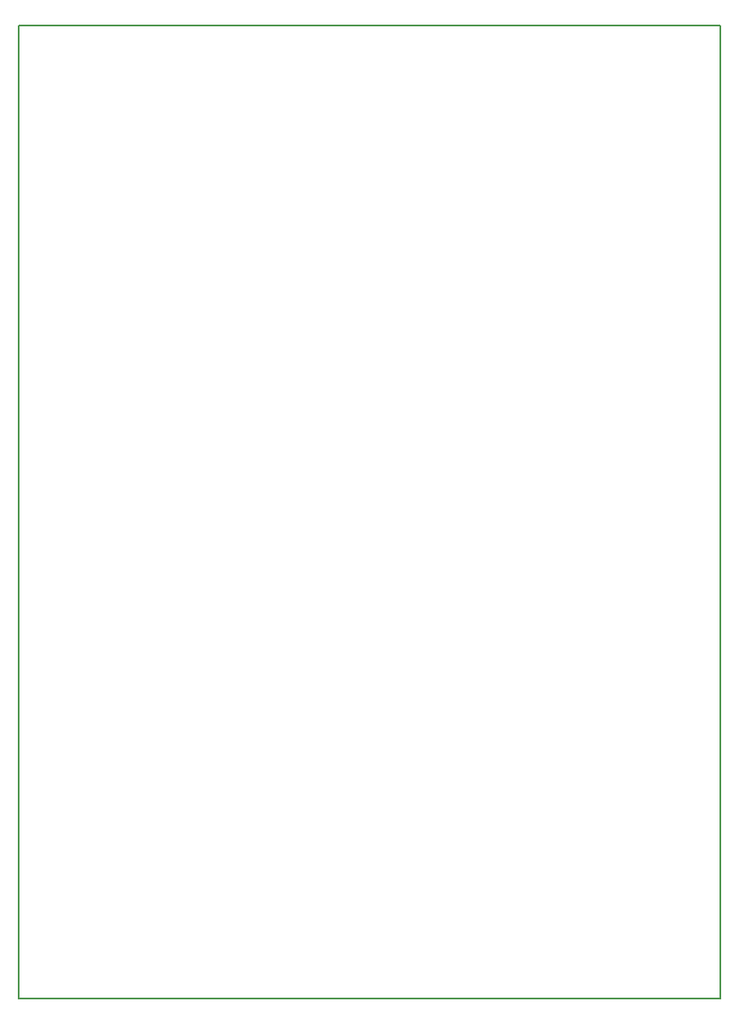
<source format=gm1>
G04 #@! TF.GenerationSoftware,KiCad,Pcbnew,(6.0.2)*
G04 #@! TF.CreationDate,2022-03-31T21:11:48+02:00*
G04 #@! TF.ProjectId,ba_nano_2,62615f6e-616e-46f5-9f32-2e6b69636164,rev?*
G04 #@! TF.SameCoordinates,Original*
G04 #@! TF.FileFunction,Profile,NP*
%FSLAX46Y46*%
G04 Gerber Fmt 4.6, Leading zero omitted, Abs format (unit mm)*
G04 Created by KiCad (PCBNEW (6.0.2)) date 2022-03-31 21:11:48*
%MOMM*%
%LPD*%
G01*
G04 APERTURE LIST*
G04 #@! TA.AperFunction,Profile*
%ADD10C,0.150000*%
G04 #@! TD*
G04 APERTURE END LIST*
D10*
X99655781Y-52980345D02*
X99655781Y-149982945D01*
X169658181Y-52980345D02*
X99655781Y-52980345D01*
X169658181Y-149982945D02*
X169658181Y-52980345D01*
X99655781Y-149982945D02*
X169658181Y-149982945D01*
M02*

</source>
